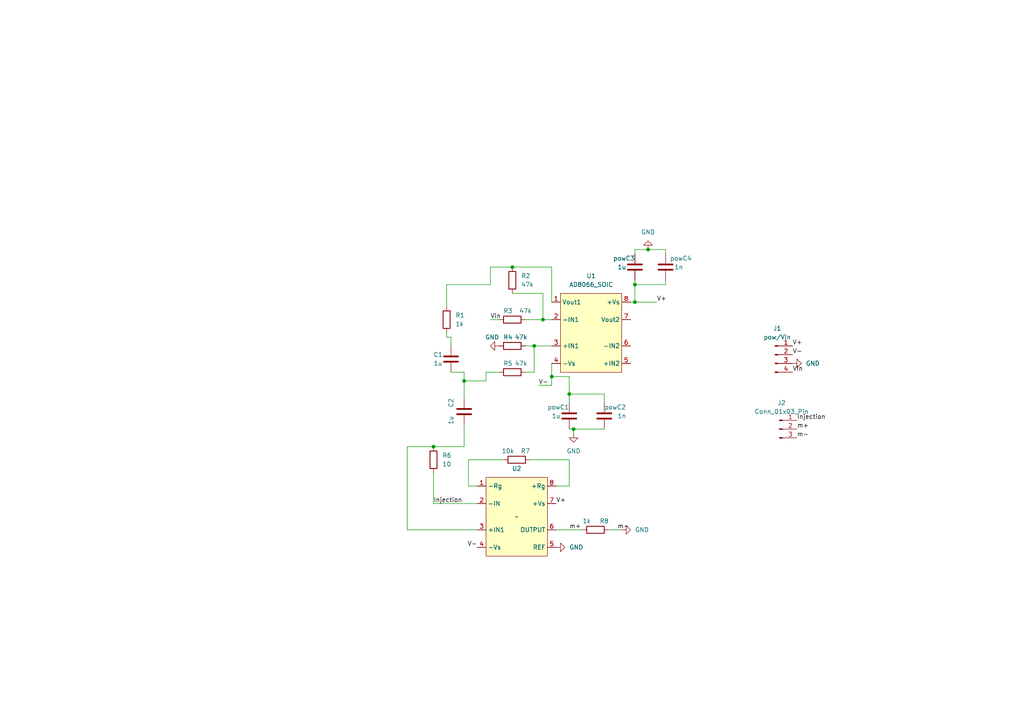
<source format=kicad_sch>
(kicad_sch (version 20230121) (generator eeschema)
  (paper "A4")
  (lib_symbols
    (symbol "AD8132:AD623"
      (property "Reference" "U" (at 0 0 0))
      (symbol "AD623_1_1"
        (rectangle (start -8.89 11.43) (end 8.89 -11.43) (fill (type background)))
        (pin bidirectional line (at -11.43 8.89 0) (length 2.54) (name "-Rg") (number "1"))
        (pin bidirectional line (at -11.43 3.81 0) (length 2.54) (name "-IN") (number "2"))
        (pin bidirectional line (at -11.43 -3.81 0) (length 2.54) (name "+IN1") (number "3"))
        (pin bidirectional line (at -11.43 -8.89 0) (length 2.54) (name "-Vs") (number "4"))
        (pin bidirectional line (at 11.43 -8.89 180) (length 2.54) (name "REF") (number "5"))
        (pin bidirectional line (at 11.43 -3.81 180) (length 2.54) (name "OUTPUT") (number "6"))
        (pin bidirectional line (at 11.43 3.81 180) (length 2.54) (name "+Vs") (number "7"))
        (pin bidirectional line (at 11.43 8.89 180) (length 2.54) (name "+Rg") (number "8"))
      )
    )
    (symbol "AD8132:AD8066_SOIC"
      (property "Reference" "U" (at 0 10.16 0))
      (property "Value" "AD8066_SOIC" (at 1.27 11.43 0))
      (symbol "AD8066_SOIC_1_1"
        (rectangle (start -8.89 8.89) (end 8.89 -13.97) (fill (type background)))
        (pin bidirectional line (at -11.43 6.35 0) (length 2.54) (name "Vout1") (number "1"))
        (pin bidirectional line (at -11.43 1.27 0) (length 2.54) (name "-IN1") (number "2"))
        (pin bidirectional line (at -11.43 -6.35 0) (length 2.54) (name "+IN1") (number "3"))
        (pin bidirectional line (at -11.43 -11.43 0) (length 2.54) (name "-Vs") (number "4"))
        (pin bidirectional line (at 11.43 -11.43 180) (length 2.54) (name "+IN2") (number "5"))
        (pin bidirectional line (at 11.43 -6.35 180) (length 2.54) (name "-IN2") (number "6"))
        (pin bidirectional line (at 11.43 1.27 180) (length 2.54) (name "Vout2") (number "7"))
        (pin bidirectional line (at 11.43 6.35 180) (length 2.54) (name "+Vs") (number "8"))
      )
    )
    (symbol "Connector:Conn_01x03_Pin" (pin_names (offset 1.016) hide)
      (property "Reference" "J" (at 0 5.08 0))
      (property "Value" "Conn_01x03_Pin" (at 0 -5.08 0))
      (symbol "Conn_01x03_Pin_1_1"
        (polyline (pts (xy 1.27 -2.54) (xy 0.8636 -2.54)) (stroke (width 0.1524)))
        (polyline (pts (xy 1.27 0) (xy 0.8636 0)) (stroke (width 0.1524)))
        (polyline (pts (xy 1.27 2.54) (xy 0.8636 2.54)) (stroke (width 0.1524)))
        (rectangle (start 0.8636 -2.413) (end 0 -2.667) (stroke (width 0.1524)) (fill (type outline)))
        (rectangle (start 0.8636 0.127) (end 0 -0.127) (stroke (width 0.1524)) (fill (type outline)))
        (rectangle (start 0.8636 2.667) (end 0 2.413) (stroke (width 0.1524)) (fill (type outline)))
        (pin passive line (at 5.08 2.54 180) (length 3.81) (name "Pin_1") (number "1"))
        (pin passive line (at 5.08 0 180) (length 3.81) (name "Pin_2") (number "2"))
        (pin passive line (at 5.08 -2.54 180) (length 3.81) (name "Pin_3") (number "3"))
      )
    )
    (symbol "Connector:Conn_01x04_Pin" (pin_names (offset 1.016) hide)
      (property "Reference" "J" (at 0 5.08 0))
      (property "Value" "Conn_01x04_Pin" (at 0 -7.62 0))
      (symbol "Conn_01x04_Pin_1_1"
        (polyline (pts (xy 1.27 -5.08) (xy 0.8636 -5.08)) (stroke (width 0.1524)))
        (polyline (pts (xy 1.27 -2.54) (xy 0.8636 -2.54)) (stroke (width 0.1524)))
        (polyline (pts (xy 1.27 0) (xy 0.8636 0)) (stroke (width 0.1524)))
        (polyline (pts (xy 1.27 2.54) (xy 0.8636 2.54)) (stroke (width 0.1524)))
        (rectangle (start 0.8636 -4.953) (end 0 -5.207) (stroke (width 0.1524)) (fill (type outline)))
        (rectangle (start 0.8636 -2.413) (end 0 -2.667) (stroke (width 0.1524)) (fill (type outline)))
        (rectangle (start 0.8636 0.127) (end 0 -0.127) (stroke (width 0.1524)) (fill (type outline)))
        (rectangle (start 0.8636 2.667) (end 0 2.413) (stroke (width 0.1524)) (fill (type outline)))
        (pin passive line (at 5.08 2.54 180) (length 3.81) (name "Pin_1") (number "1"))
        (pin passive line (at 5.08 0 180) (length 3.81) (name "Pin_2") (number "2"))
        (pin passive line (at 5.08 -2.54 180) (length 3.81) (name "Pin_3") (number "3"))
        (pin passive line (at 5.08 -5.08 180) (length 3.81) (name "Pin_4") (number "4"))
      )
    )
    (symbol "Device:C" (pin_numbers hide) (pin_names (offset 0.254))
      (property "Reference" "C" (at 0.635 2.54 0))
      (property "Value" "C" (at 0.635 -2.54 0))
      (symbol "C_0_1"
        (polyline (pts (xy -2.032 -0.762) (xy 2.032 -0.762)) (stroke (width 0.508)))
        (polyline (pts (xy -2.032 0.762) (xy 2.032 0.762)) (stroke (width 0.508)))
      )
      (symbol "C_1_1"
        (pin passive line (at 0 3.81 270) (length 2.794) (name "~") (number "1"))
        (pin passive line (at 0 -3.81 90) (length 2.794) (name "~") (number "2"))
      )
    )
    (symbol "Device:R" (pin_numbers hide) (pin_names (offset 0))
      (property "Reference" "R" (at 2.032 0 90))
      (property "Value" "R" (at 0 0 90))
      (symbol "R_0_1"
        (rectangle (start -1.016 -2.54) (end 1.016 2.54) (stroke (width 0.254)))
      )
      (symbol "R_1_1"
        (pin passive line (at 0 3.81 270) (length 1.27) (name "~") (number "1"))
        (pin passive line (at 0 -3.81 90) (length 1.27) (name "~") (number "2"))
      )
    )
    (symbol "power:GND" (power) (pin_names (offset 0))
      (property "Value" "GND" (at 0 -3.81 0))
      (symbol "GND_0_1"
        (polyline (pts (xy 0 0) (xy 0 -1.27) (xy 1.27 -1.27) (xy 0 -2.54) (xy -1.27 -1.27) (xy 0 -1.27)))
      )
      (symbol "GND_1_1"
        (pin power_in line (at 0 0 270) (length 0) hide (name "GND") (number "1"))
      )
    )
  )
  (junction (at 134.62 110.49))
  (junction (at 165.1 114.3))
  (junction (at 187.96 72.39))
  (junction (at 166.37 124.46))
  (junction (at 184.15 82.55))
  (junction (at 184.15 87.63))
  (junction (at 160.02 109.22))
  (junction (at 125.73 129.54))
  (junction (at 148.59 77.47))
  (junction (at 154.94 100.33))
  (junction (at 157.48 92.71))
  (wire (pts (xy 118.11 129.54) (xy 125.73 129.54)))
  (wire (pts (xy 182.88 87.63) (xy 184.15 87.63)))
  (wire (pts (xy 166.37 124.46) (xy 175.26 124.46)))
  (wire (pts (xy 152.4 100.33) (xy 154.94 100.33)))
  (wire (pts (xy 160.02 109.22) (xy 160.02 105.41)))
  (wire (pts (xy 165.1 109.22) (xy 160.02 109.22)))
  (wire (pts (xy 134.62 129.54) (xy 134.62 123.19)))
  (wire (pts (xy 140.97 107.95) (xy 140.97 110.49)))
  (wire (pts (xy 125.73 146.05) (xy 138.43 146.05)))
  (wire (pts (xy 161.29 140.97) (xy 165.1 140.97)))
  (wire (pts (xy 125.73 129.54) (xy 134.62 129.54)))
  (wire (pts (xy 142.24 82.55) (xy 129.54 82.55)))
  (wire (pts (xy 134.62 107.95) (xy 134.62 110.49)))
  (wire (pts (xy 130.81 97.79) (xy 130.81 100.33)))
  (wire (pts (xy 138.43 153.67) (xy 118.11 153.67)))
  (wire (pts (xy 184.15 87.63) (xy 190.5 87.63)))
  (wire (pts (xy 193.04 73.66) (xy 193.04 72.39)))
  (wire (pts (xy 175.26 114.3) (xy 175.26 116.84)))
  (wire (pts (xy 184.15 81.28) (xy 184.15 82.55)))
  (wire (pts (xy 142.24 82.55) (xy 142.24 77.47)))
  (wire (pts (xy 187.96 72.39) (xy 193.04 72.39)))
  (wire (pts (xy 129.54 82.55) (xy 129.54 88.9)))
  (wire (pts (xy 166.37 124.46) (xy 166.37 125.73)))
  (wire (pts (xy 161.29 153.67) (xy 168.91 153.67)))
  (wire (pts (xy 154.94 100.33) (xy 154.94 107.95)))
  (wire (pts (xy 118.11 153.67) (xy 118.11 129.54)))
  (wire (pts (xy 157.48 85.09) (xy 148.59 85.09)))
  (wire (pts (xy 156.21 111.76) (xy 160.02 111.76)))
  (wire (pts (xy 152.4 92.71) (xy 157.48 92.71)))
  (wire (pts (xy 142.24 77.47) (xy 148.59 77.47)))
  (wire (pts (xy 160.02 87.63) (xy 160.02 77.47)))
  (wire (pts (xy 184.15 72.39) (xy 184.15 73.66)))
  (wire (pts (xy 134.62 110.49) (xy 134.62 115.57)))
  (wire (pts (xy 165.1 114.3) (xy 175.26 114.3)))
  (wire (pts (xy 160.02 111.76) (xy 160.02 109.22)))
  (wire (pts (xy 165.1 124.46) (xy 166.37 124.46)))
  (wire (pts (xy 130.81 97.79) (xy 129.54 97.79)))
  (wire (pts (xy 129.54 96.52) (xy 129.54 97.79)))
  (wire (pts (xy 153.67 133.35) (xy 165.1 133.35)))
  (wire (pts (xy 125.73 137.16) (xy 125.73 146.05)))
  (wire (pts (xy 140.97 110.49) (xy 134.62 110.49)))
  (wire (pts (xy 144.78 107.95) (xy 140.97 107.95)))
  (wire (pts (xy 184.15 82.55) (xy 193.04 82.55)))
  (wire (pts (xy 165.1 116.84) (xy 165.1 114.3)))
  (wire (pts (xy 154.94 100.33) (xy 160.02 100.33)))
  (wire (pts (xy 157.48 92.71) (xy 160.02 92.71)))
  (wire (pts (xy 152.4 107.95) (xy 154.94 107.95)))
  (wire (pts (xy 130.81 107.95) (xy 134.62 107.95)))
  (wire (pts (xy 187.96 72.39) (xy 184.15 72.39)))
  (wire (pts (xy 165.1 114.3) (xy 165.1 109.22)))
  (wire (pts (xy 138.43 140.97) (xy 135.89 140.97)))
  (wire (pts (xy 135.89 133.35) (xy 146.05 133.35)))
  (wire (pts (xy 176.53 153.67) (xy 180.34 153.67)))
  (wire (pts (xy 142.24 92.71) (xy 144.78 92.71)))
  (wire (pts (xy 135.89 140.97) (xy 135.89 133.35)))
  (wire (pts (xy 184.15 82.55) (xy 184.15 87.63)))
  (wire (pts (xy 193.04 81.28) (xy 193.04 82.55)))
  (wire (pts (xy 165.1 133.35) (xy 165.1 140.97)))
  (wire (pts (xy 148.59 77.47) (xy 160.02 77.47)))
  (wire (pts (xy 157.48 92.71) (xy 157.48 85.09)))
  (label "m-" (at 179.07 153.67 0))
  (label "Vin" (at 229.87 107.95 0))
  (label "V-" (at 156.21 111.76 0))
  (label "V-" (at 138.43 158.75 180))
  (label "m+" (at 165.1 153.67 0))
  (label "Injection" (at 231.14 121.92 0))
  (label "m-" (at 231.14 127 0))
  (label "V-" (at 229.87 102.87 0))
  (label "V+" (at 190.5 87.63 0))
  (label "m+" (at 231.14 124.46 0))
  (label "Vin" (at 142.24 92.71 0))
  (label "V+" (at 229.87 100.33 0))
  (label "Injection" (at 125.73 146.05 0))
  (label "V+" (at 161.29 146.05 0))
  (symbol (lib_id "power:GND") (at 180.34 153.67 90) (unit 1)
    (property "Reference" "#PWR06" (effects hide))
    (property "Value" "GND" (at 184.15 153.67 90) (effects (justify right)))
  )
  (symbol (lib_id "Device:C") (at 184.15 77.47 0) (unit 1)
    (property "Reference" "powC3" (at 177.8 74.93 0) (effects (justify left)))
    (property "Value" "1u" (at 179.07 77.47 0) (effects (justify left)))
    (property "Footprint" "Resistor_THT:R_Axial_DIN0207_L6.3mm_D2.5mm_P7.62mm_Horizontal" (effects hide))
  )
  (symbol (lib_id "Device:R") (at 148.59 100.33 90) (unit 1)
    (property "Reference" "R4" (at 147.32 97.79 90))
    (property "Value" "47k" (at 151.13 97.79 90))
    (property "Footprint" "Resistor_THT:R_Axial_DIN0207_L6.3mm_D2.5mm_P10.16mm_Horizontal" (effects hide))
  )
  (symbol (lib_id "power:GND") (at 166.37 125.73 0) (unit 1)
    (property "Reference" "#PWR04" (effects hide))
    (property "Value" "GND" (at 166.37 130.81 0))
  )
  (symbol (lib_id "power:GND") (at 187.96 72.39 180) (unit 1)
    (property "Reference" "#PWR02" (effects hide))
    (property "Value" "GND" (at 187.96 67.31 0))
  )
  (symbol (lib_id "power:GND") (at 229.87 105.41 90) (unit 1)
    (property "Reference" "#PWR05" (effects hide))
    (property "Value" "GND" (at 233.68 105.41 90) (effects (justify right)))
  )
  (symbol (lib_id "power:GND") (at 161.29 158.75 90) (unit 1)
    (property "Reference" "#PWR03" (effects hide))
    (property "Value" "GND" (at 165.1 158.75 90) (effects (justify right)))
  )
  (symbol (lib_id "Device:C") (at 134.62 119.38 0) (unit 1)
    (property "Reference" "C2" (at 130.81 116.84 90))
    (property "Value" "1u" (at 130.81 121.92 90))
    (property "Footprint" "Resistor_THT:R_Axial_DIN0207_L6.3mm_D2.5mm_P7.62mm_Horizontal" (effects hide))
  )
  (symbol (lib_id "Device:R") (at 149.86 133.35 270) (unit 1)
    (property "Reference" "R7" (at 152.4 130.81 90))
    (property "Value" "10k" (at 147.32 130.81 90))
    (property "Footprint" "Resistor_THT:R_Axial_DIN0207_L6.3mm_D2.5mm_P10.16mm_Horizontal" (effects hide))
  )
  (symbol (lib_id "AD8132:AD623") (at 149.86 149.86 0) (unit 1)
    (property "Reference" "U2" (at 149.86 135.89 0))
    (property "Value" "~" (at 149.86 149.86 0))
    (property "Footprint" "Package_DIP:DIP-8_W7.62mm" (effects hide))
  )
  (symbol (lib_id "Device:C") (at 130.81 104.14 0) (unit 1)
    (property "Reference" "C1" (at 125.73 102.87 0) (effects (justify left)))
    (property "Value" "1u" (at 125.73 105.41 0) (effects (justify left)))
    (property "Footprint" "Resistor_THT:R_Axial_DIN0207_L6.3mm_D2.5mm_P7.62mm_Horizontal" (effects hide))
  )
  (symbol (lib_id "AD8132:AD8066_SOIC") (at 171.45 93.98 0) (unit 1)
    (property "Reference" "U1" (at 171.45 80.01 0))
    (property "Value" "AD8066_SOIC" (at 171.45 82.55 0))
    (property "Footprint" "Package_DIP:DIP-8_W7.62mm" (effects hide))
  )
  (symbol (lib_id "Device:R") (at 125.73 133.35 180) (unit 1)
    (property "Reference" "R6" (at 128.27 132.08 0) (effects (justify right)))
    (property "Value" "10" (at 128.27 134.62 0) (effects (justify right)))
    (property "Footprint" "Resistor_THT:R_Axial_DIN0207_L6.3mm_D2.5mm_P10.16mm_Horizontal" (effects hide))
  )
  (symbol (lib_id "Device:C") (at 175.26 120.65 0) (unit 1)
    (property "Reference" "powC2" (at 175.26 118.11 0) (effects (justify left)))
    (property "Value" "1n" (at 179.07 120.65 0) (effects (justify left)))
    (property "Footprint" "Resistor_THT:R_Axial_DIN0207_L6.3mm_D2.5mm_P7.62mm_Horizontal" (effects hide))
  )
  (symbol (lib_id "Device:R") (at 148.59 107.95 90) (unit 1)
    (property "Reference" "R5" (at 147.32 105.41 90))
    (property "Value" "47k" (at 151.13 105.41 90))
    (property "Footprint" "Resistor_THT:R_Axial_DIN0207_L6.3mm_D2.5mm_P10.16mm_Horizontal" (effects hide))
  )
  (symbol (lib_id "Connector:Conn_01x04_Pin") (at 224.79 102.87 0) (unit 1)
    (property "Reference" "J1" (at 225.425 95.25 0))
    (property "Value" "pow/Vin" (at 225.425 97.79 0))
    (property "Footprint" "Connector_PinHeader_2.54mm:PinHeader_1x04_P2.54mm_Vertical" (effects hide))
  )
  (symbol (lib_id "Device:R") (at 129.54 92.71 180) (unit 1)
    (property "Reference" "R1" (at 132.08 91.44 0) (effects (justify right)))
    (property "Value" "1k" (at 132.08 93.98 0) (effects (justify right)))
    (property "Footprint" "Resistor_THT:R_Axial_DIN0207_L6.3mm_D2.5mm_P10.16mm_Horizontal" (effects hide))
  )
  (symbol (lib_id "Connector:Conn_01x03_Pin") (at 226.06 124.46 0) (unit 1)
    (property "Reference" "J2" (at 226.695 116.84 0))
    (property "Value" "Conn_01x03_Pin" (at 226.695 119.38 0))
    (property "Footprint" "Connector_PinHeader_2.54mm:PinHeader_1x03_P2.54mm_Vertical" (effects hide))
  )
  (symbol (lib_id "power:GND") (at 144.78 100.33 270) (unit 1)
    (property "Reference" "#PWR01" (effects hide))
    (property "Value" "GND" (at 144.78 97.79 90) (effects (justify right)))
  )
  (symbol (lib_id "Device:C") (at 165.1 120.65 0) (unit 1)
    (property "Reference" "powC1" (at 158.75 118.11 0) (effects (justify left)))
    (property "Value" "1u" (at 160.02 120.65 0) (effects (justify left)))
    (property "Footprint" "Resistor_THT:R_Axial_DIN0207_L6.3mm_D2.5mm_P7.62mm_Horizontal" (effects hide))
  )
  (symbol (lib_id "Device:R") (at 148.59 92.71 90) (unit 1)
    (property "Reference" "R3" (at 147.32 90.17 90))
    (property "Value" "47k" (at 152.4 90.17 90))
    (property "Footprint" "Resistor_THT:R_Axial_DIN0207_L6.3mm_D2.5mm_P10.16mm_Horizontal" (effects hide))
  )
  (symbol (lib_id "Device:R") (at 148.59 81.28 180) (unit 1)
    (property "Reference" "R2" (at 151.13 80.01 0) (effects (justify right)))
    (property "Value" "47k" (at 151.13 82.55 0) (effects (justify right)))
    (property "Footprint" "Resistor_THT:R_Axial_DIN0207_L6.3mm_D2.5mm_P10.16mm_Horizontal" (effects hide))
  )
  (symbol (lib_id "Device:C") (at 193.04 77.47 0) (unit 1)
    (property "Reference" "powC4" (at 194.31 74.93 0) (effects (justify left)))
    (property "Value" "1n" (at 195.58 77.47 0) (effects (justify left)))
    (property "Footprint" "Resistor_THT:R_Axial_DIN0207_L6.3mm_D2.5mm_P7.62mm_Horizontal" (effects hide))
  )
  (symbol (lib_id "Device:R") (at 172.72 153.67 270) (unit 1)
    (property "Reference" "R8" (at 175.26 151.13 90))
    (property "Value" "1k" (at 170.18 151.13 90))
    (property "Footprint" "Resistor_THT:R_Axial_DIN0207_L6.3mm_D2.5mm_P10.16mm_Horizontal" (effects hide))
  )
)
</source>
